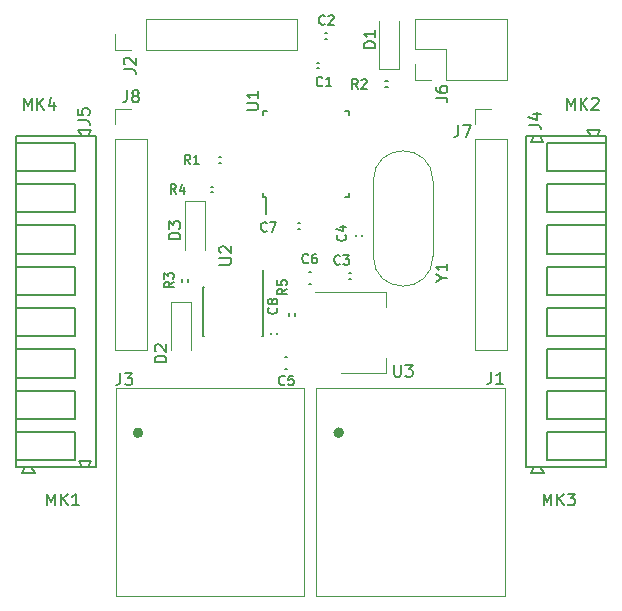
<source format=gto>
G04 #@! TF.GenerationSoftware,KiCad,Pcbnew,(6.0.0-rc1-dev-254-g7fa5456d7-dirty)*
G04 #@! TF.CreationDate,2018-11-09T09:56:40+01:00*
G04 #@! TF.ProjectId,sejf,73656A662E6B696361645F7063620000,rev?*
G04 #@! TF.SameCoordinates,Original*
G04 #@! TF.FileFunction,Legend,Top*
G04 #@! TF.FilePolarity,Positive*
%FSLAX46Y46*%
G04 Gerber Fmt 4.6, Leading zero omitted, Abs format (unit mm)*
G04 Created by KiCad (PCBNEW (6.0.0-rc1-dev-254-g7fa5456d7-dirty)) date Fri Nov  9 09:56:40 2018*
%MOMM*%
%LPD*%
G01*
G04 APERTURE LIST*
%ADD10C,0.120000*%
%ADD11C,0.150000*%
%ADD12C,0.500000*%
G04 APERTURE END LIST*
D10*
G04 #@! TO.C,J6*
X123830000Y-74250000D02*
X123830000Y-72920000D01*
X125160000Y-74250000D02*
X123830000Y-74250000D01*
X123830000Y-71650000D02*
X123830000Y-69050000D01*
X126430000Y-71650000D02*
X123830000Y-71650000D01*
X126430000Y-74250000D02*
X126430000Y-71650000D01*
X123830000Y-69050000D02*
X131570000Y-69050000D01*
X126430000Y-74250000D02*
X131570000Y-74250000D01*
X131570000Y-74250000D02*
X131570000Y-69050000D01*
D11*
G04 #@! TO.C,C2*
X116229000Y-70746000D02*
X116371000Y-70746000D01*
X116371000Y-70746000D02*
X116229000Y-70746000D01*
X116229000Y-70254000D02*
X116371000Y-70254000D01*
X116371000Y-70254000D02*
X116229000Y-70254000D01*
G04 #@! TO.C,J4*
X140000000Y-104050000D02*
X135000000Y-104050000D01*
X135000000Y-106450000D02*
X140000000Y-106450000D01*
X135000000Y-104050000D02*
X135000000Y-106450000D01*
X135000000Y-102950000D02*
X140000000Y-102950000D01*
X140000000Y-100550000D02*
X135000000Y-100550000D01*
X135000000Y-100550000D02*
X135000000Y-102950000D01*
X135000000Y-97050000D02*
X135000000Y-99450000D01*
X135000000Y-99450000D02*
X140000000Y-99450000D01*
X140000000Y-97050000D02*
X135000000Y-97050000D01*
X140000000Y-93550000D02*
X135000000Y-93550000D01*
X135000000Y-93550000D02*
X135000000Y-95950000D01*
X135000000Y-95950000D02*
X140000000Y-95950000D01*
X140000000Y-90050000D02*
X135000000Y-90050000D01*
X135000000Y-92450000D02*
X140000000Y-92450000D01*
X135000000Y-90050000D02*
X135000000Y-92450000D01*
X140000000Y-86550000D02*
X135000000Y-86550000D01*
X135000000Y-86550000D02*
X135000000Y-88950000D01*
X135000000Y-88950000D02*
X140000000Y-88950000D01*
X135000000Y-85450000D02*
X140000000Y-85450000D01*
X135000000Y-83050000D02*
X135000000Y-85450000D01*
X140000000Y-83050000D02*
X135000000Y-83050000D01*
X135000000Y-81950000D02*
X140000000Y-81950000D01*
X135000000Y-79550000D02*
X135000000Y-81950000D01*
X140000000Y-79550000D02*
X135000000Y-79550000D01*
X133600000Y-107500000D02*
X133900000Y-107000000D01*
X134700000Y-107500000D02*
X133600000Y-107500000D01*
X134400000Y-107000000D02*
X134700000Y-107500000D01*
X133600000Y-79500000D02*
X133900000Y-79000000D01*
X134650000Y-79500000D02*
X133600000Y-79500000D01*
X134400000Y-79000000D02*
X134650000Y-79500000D01*
X138400000Y-78500000D02*
X138700000Y-79000000D01*
X139500000Y-78500000D02*
X138400000Y-78500000D01*
X139200000Y-79000000D02*
X139500000Y-78500000D01*
X140000000Y-107000000D02*
X140000000Y-79000000D01*
X133200000Y-107000000D02*
X140000000Y-107000000D01*
X133200000Y-79000000D02*
X133200000Y-107000000D01*
X140000000Y-79000000D02*
X133200000Y-79000000D01*
G04 #@! TO.C,J5*
X90000000Y-107000000D02*
X96800000Y-107000000D01*
X96800000Y-107000000D02*
X96800000Y-79000000D01*
X96800000Y-79000000D02*
X90000000Y-79000000D01*
X90000000Y-79000000D02*
X90000000Y-107000000D01*
X90800000Y-107000000D02*
X90500000Y-107500000D01*
X90500000Y-107500000D02*
X91600000Y-107500000D01*
X91600000Y-107500000D02*
X91300000Y-107000000D01*
X95600000Y-107000000D02*
X95350000Y-106500000D01*
X95350000Y-106500000D02*
X96400000Y-106500000D01*
X96400000Y-106500000D02*
X96100000Y-107000000D01*
X95600000Y-79000000D02*
X95300000Y-78500000D01*
X95300000Y-78500000D02*
X96400000Y-78500000D01*
X96400000Y-78500000D02*
X96100000Y-79000000D01*
X90000000Y-106450000D02*
X95000000Y-106450000D01*
X95000000Y-106450000D02*
X95000000Y-104050000D01*
X95000000Y-104050000D02*
X90000000Y-104050000D01*
X90000000Y-102950000D02*
X95000000Y-102950000D01*
X95000000Y-102950000D02*
X95000000Y-100550000D01*
X95000000Y-100550000D02*
X90000000Y-100550000D01*
X95000000Y-97050000D02*
X90000000Y-97050000D01*
X95000000Y-99450000D02*
X95000000Y-97050000D01*
X90000000Y-99450000D02*
X95000000Y-99450000D01*
X95000000Y-95950000D02*
X95000000Y-93550000D01*
X95000000Y-93550000D02*
X90000000Y-93550000D01*
X90000000Y-95950000D02*
X95000000Y-95950000D01*
X95000000Y-90050000D02*
X90000000Y-90050000D01*
X95000000Y-92450000D02*
X95000000Y-90050000D01*
X90000000Y-92450000D02*
X95000000Y-92450000D01*
X90000000Y-88950000D02*
X95000000Y-88950000D01*
X95000000Y-86550000D02*
X90000000Y-86550000D01*
X95000000Y-88950000D02*
X95000000Y-86550000D01*
X95000000Y-85450000D02*
X95000000Y-83050000D01*
X90000000Y-85450000D02*
X95000000Y-85450000D01*
X95000000Y-83050000D02*
X90000000Y-83050000D01*
X95000000Y-81950000D02*
X95000000Y-79550000D01*
X95000000Y-79550000D02*
X90000000Y-79550000D01*
X90000000Y-81950000D02*
X95000000Y-81950000D01*
D10*
G04 #@! TO.C,J2*
X113790000Y-71710000D02*
X113790000Y-69050000D01*
X101030000Y-71710000D02*
X113790000Y-71710000D01*
X101030000Y-69050000D02*
X113790000Y-69050000D01*
X101030000Y-71710000D02*
X101030000Y-69050000D01*
X99760000Y-71710000D02*
X98430000Y-71710000D01*
X98430000Y-71710000D02*
X98430000Y-70380000D01*
D11*
G04 #@! TO.C,C7*
X113929000Y-86846000D02*
X114071000Y-86846000D01*
X114071000Y-86846000D02*
X113929000Y-86846000D01*
X113929000Y-86354000D02*
X114071000Y-86354000D01*
X114071000Y-86354000D02*
X113929000Y-86354000D01*
G04 #@! TO.C,C8*
X111654000Y-95629000D02*
X111654000Y-95771000D01*
X111654000Y-95771000D02*
X111654000Y-95629000D01*
X112146000Y-95629000D02*
X112146000Y-95771000D01*
X112146000Y-95771000D02*
X112146000Y-95629000D01*
D12*
G04 #@! TO.C,J1*
X117545000Y-104100000D02*
G75*
G03X117545000Y-104100000I-200000J0D01*
G01*
D10*
X115445000Y-100300000D02*
X115445000Y-117900000D01*
X131445000Y-100300000D02*
X115445000Y-100300000D01*
X131445000Y-100300000D02*
X131445000Y-117900000D01*
X115445000Y-117900000D02*
X131445000Y-117900000D01*
G04 #@! TO.C,J3*
X98450000Y-117900000D02*
X114450000Y-117900000D01*
X114450000Y-100300000D02*
X114450000Y-117900000D01*
X114450000Y-100300000D02*
X98450000Y-100300000D01*
X98450000Y-100300000D02*
X98450000Y-117900000D01*
D12*
X100550000Y-104100000D02*
G75*
G03X100550000Y-104100000I-200000J0D01*
G01*
D11*
G04 #@! TO.C,C5*
X112829000Y-98671000D02*
X112971000Y-98671000D01*
X112971000Y-98671000D02*
X112829000Y-98671000D01*
X112829000Y-97729000D02*
X112971000Y-97729000D01*
X112971000Y-97729000D02*
X112829000Y-97729000D01*
G04 #@! TO.C,C6*
X114829000Y-91471000D02*
X114971000Y-91471000D01*
X114971000Y-91471000D02*
X114829000Y-91471000D01*
X114829000Y-90529000D02*
X114971000Y-90529000D01*
X114971000Y-90529000D02*
X114829000Y-90529000D01*
G04 #@! TO.C,R5*
X113154000Y-94004000D02*
X113154000Y-94196000D01*
X113154000Y-94196000D02*
X113154000Y-94004000D01*
X113646000Y-94004000D02*
X113646000Y-94196000D01*
X113646000Y-94196000D02*
X113646000Y-94004000D01*
D10*
G04 #@! TO.C,U3*
X121310000Y-99010000D02*
X121310000Y-97750000D01*
X121310000Y-92190000D02*
X121310000Y-93450000D01*
X117550000Y-99010000D02*
X121310000Y-99010000D01*
X115300000Y-92190000D02*
X121310000Y-92190000D01*
G04 #@! TO.C,J7*
X128910000Y-76670000D02*
X130240000Y-76670000D01*
X128910000Y-78000000D02*
X128910000Y-76670000D01*
X128910000Y-79270000D02*
X131570000Y-79270000D01*
X131570000Y-79270000D02*
X131570000Y-97110000D01*
X128910000Y-79270000D02*
X128910000Y-97110000D01*
X128910000Y-97110000D02*
X131570000Y-97110000D01*
G04 #@! TO.C,J8*
X98430000Y-97110000D02*
X101090000Y-97110000D01*
X98430000Y-79270000D02*
X98430000Y-97110000D01*
X101090000Y-79270000D02*
X101090000Y-97110000D01*
X98430000Y-79270000D02*
X101090000Y-79270000D01*
X98430000Y-78000000D02*
X98430000Y-76670000D01*
X98430000Y-76670000D02*
X99760000Y-76670000D01*
G04 #@! TO.C,Y1*
X120275000Y-89160000D02*
X120275000Y-82760000D01*
X125325000Y-89160000D02*
X125325000Y-82760000D01*
X125325000Y-89160000D02*
G75*
G02X120275000Y-89160000I-2525000J0D01*
G01*
X125325000Y-82760000D02*
G75*
G03X120275000Y-82760000I-2525000J0D01*
G01*
D11*
G04 #@! TO.C,C1*
X115529000Y-73246000D02*
X115671000Y-73246000D01*
X115671000Y-73246000D02*
X115529000Y-73246000D01*
X115529000Y-72754000D02*
X115671000Y-72754000D01*
X115671000Y-72754000D02*
X115529000Y-72754000D01*
G04 #@! TO.C,C3*
X118229000Y-91046000D02*
X118371000Y-91046000D01*
X118371000Y-91046000D02*
X118229000Y-91046000D01*
X118229000Y-90554000D02*
X118371000Y-90554000D01*
X118371000Y-90554000D02*
X118229000Y-90554000D01*
G04 #@! TO.C,C4*
X118854000Y-87329000D02*
X118854000Y-87471000D01*
X118854000Y-87471000D02*
X118854000Y-87329000D01*
X119346000Y-87329000D02*
X119346000Y-87471000D01*
X119346000Y-87471000D02*
X119346000Y-87329000D01*
G04 #@! TO.C,R1*
X107204000Y-81246000D02*
X107396000Y-81246000D01*
X107396000Y-81246000D02*
X107204000Y-81246000D01*
X107204000Y-80754000D02*
X107396000Y-80754000D01*
X107396000Y-80754000D02*
X107204000Y-80754000D01*
G04 #@! TO.C,R4*
X106504000Y-83746000D02*
X106696000Y-83746000D01*
X106696000Y-83746000D02*
X106504000Y-83746000D01*
X106504000Y-83254000D02*
X106696000Y-83254000D01*
X106696000Y-83254000D02*
X106504000Y-83254000D01*
G04 #@! TO.C,R2*
X121496000Y-74354000D02*
X121304000Y-74354000D01*
X121304000Y-74354000D02*
X121496000Y-74354000D01*
X121496000Y-74846000D02*
X121304000Y-74846000D01*
X121304000Y-74846000D02*
X121496000Y-74846000D01*
G04 #@! TO.C,R3*
X104546000Y-91296000D02*
X104546000Y-91104000D01*
X104546000Y-91104000D02*
X104546000Y-91296000D01*
X104054000Y-91296000D02*
X104054000Y-91104000D01*
X104054000Y-91104000D02*
X104054000Y-91296000D01*
G04 #@! TO.C,U1*
X110975000Y-84125000D02*
X111200000Y-84125000D01*
X110975000Y-76875000D02*
X111300000Y-76875000D01*
X118225000Y-76875000D02*
X117900000Y-76875000D01*
X118225000Y-84125000D02*
X117900000Y-84125000D01*
X110975000Y-84125000D02*
X110975000Y-83800000D01*
X118225000Y-84125000D02*
X118225000Y-83800000D01*
X118225000Y-76875000D02*
X118225000Y-77200000D01*
X110975000Y-76875000D02*
X110975000Y-77200000D01*
X111200000Y-84125000D02*
X111200000Y-85550000D01*
G04 #@! TO.C,U2*
X110975000Y-91725000D02*
X110925000Y-91725000D01*
X110975000Y-95875000D02*
X110830000Y-95875000D01*
X105825000Y-95875000D02*
X105970000Y-95875000D01*
X105825000Y-91725000D02*
X105970000Y-91725000D01*
X110975000Y-91725000D02*
X110975000Y-95875000D01*
X105825000Y-91725000D02*
X105825000Y-95875000D01*
X110925000Y-91725000D02*
X110925000Y-90325000D01*
D10*
G04 #@! TO.C,D1*
X120750000Y-73250000D02*
X120750000Y-69200000D01*
X122450000Y-73250000D02*
X122450000Y-69200000D01*
X120750000Y-73300000D02*
X122450000Y-73300000D01*
G04 #@! TO.C,D2*
X104850000Y-93050000D02*
X104850000Y-97100000D01*
X103150000Y-93050000D02*
X103150000Y-97100000D01*
X104850000Y-93000000D02*
X103150000Y-93000000D01*
G04 #@! TO.C,D3*
X106050000Y-84500000D02*
X104350000Y-84500000D01*
X104350000Y-84550000D02*
X104350000Y-88600000D01*
X106050000Y-84550000D02*
X106050000Y-88600000D01*
G04 #@! TO.C,J6*
D11*
X125552380Y-75733333D02*
X126266666Y-75733333D01*
X126409523Y-75780952D01*
X126504761Y-75876190D01*
X126552380Y-76019047D01*
X126552380Y-76114285D01*
X125552380Y-74828571D02*
X125552380Y-75019047D01*
X125600000Y-75114285D01*
X125647619Y-75161904D01*
X125790476Y-75257142D01*
X125980952Y-75304761D01*
X126361904Y-75304761D01*
X126457142Y-75257142D01*
X126504761Y-75209523D01*
X126552380Y-75114285D01*
X126552380Y-74923809D01*
X126504761Y-74828571D01*
X126457142Y-74780952D01*
X126361904Y-74733333D01*
X126123809Y-74733333D01*
X126028571Y-74780952D01*
X125980952Y-74828571D01*
X125933333Y-74923809D01*
X125933333Y-75114285D01*
X125980952Y-75209523D01*
X126028571Y-75257142D01*
X126123809Y-75304761D01*
G04 #@! TO.C,C2*
X116166666Y-69485714D02*
X116128571Y-69523809D01*
X116014285Y-69561904D01*
X115938095Y-69561904D01*
X115823809Y-69523809D01*
X115747619Y-69447619D01*
X115709523Y-69371428D01*
X115671428Y-69219047D01*
X115671428Y-69104761D01*
X115709523Y-68952380D01*
X115747619Y-68876190D01*
X115823809Y-68800000D01*
X115938095Y-68761904D01*
X116014285Y-68761904D01*
X116128571Y-68800000D01*
X116166666Y-68838095D01*
X116471428Y-68838095D02*
X116509523Y-68800000D01*
X116585714Y-68761904D01*
X116776190Y-68761904D01*
X116852380Y-68800000D01*
X116890476Y-68838095D01*
X116928571Y-68914285D01*
X116928571Y-68990476D01*
X116890476Y-69104761D01*
X116433333Y-69561904D01*
X116928571Y-69561904D01*
G04 #@! TO.C,J4*
X133452380Y-78033333D02*
X134166666Y-78033333D01*
X134309523Y-78080952D01*
X134404761Y-78176190D01*
X134452380Y-78319047D01*
X134452380Y-78414285D01*
X133785714Y-77128571D02*
X134452380Y-77128571D01*
X133404761Y-77366666D02*
X134119047Y-77604761D01*
X134119047Y-76985714D01*
G04 #@! TO.C,J5*
X95252380Y-77633333D02*
X95966666Y-77633333D01*
X96109523Y-77680952D01*
X96204761Y-77776190D01*
X96252380Y-77919047D01*
X96252380Y-78014285D01*
X95252380Y-76680952D02*
X95252380Y-77157142D01*
X95728571Y-77204761D01*
X95680952Y-77157142D01*
X95633333Y-77061904D01*
X95633333Y-76823809D01*
X95680952Y-76728571D01*
X95728571Y-76680952D01*
X95823809Y-76633333D01*
X96061904Y-76633333D01*
X96157142Y-76680952D01*
X96204761Y-76728571D01*
X96252380Y-76823809D01*
X96252380Y-77061904D01*
X96204761Y-77157142D01*
X96157142Y-77204761D01*
G04 #@! TO.C,J2*
X99152380Y-73333333D02*
X99866666Y-73333333D01*
X100009523Y-73380952D01*
X100104761Y-73476190D01*
X100152380Y-73619047D01*
X100152380Y-73714285D01*
X99247619Y-72904761D02*
X99200000Y-72857142D01*
X99152380Y-72761904D01*
X99152380Y-72523809D01*
X99200000Y-72428571D01*
X99247619Y-72380952D01*
X99342857Y-72333333D01*
X99438095Y-72333333D01*
X99580952Y-72380952D01*
X100152380Y-72952380D01*
X100152380Y-72333333D01*
G04 #@! TO.C,C7*
X111266666Y-86985714D02*
X111228571Y-87023809D01*
X111114285Y-87061904D01*
X111038095Y-87061904D01*
X110923809Y-87023809D01*
X110847619Y-86947619D01*
X110809523Y-86871428D01*
X110771428Y-86719047D01*
X110771428Y-86604761D01*
X110809523Y-86452380D01*
X110847619Y-86376190D01*
X110923809Y-86300000D01*
X111038095Y-86261904D01*
X111114285Y-86261904D01*
X111228571Y-86300000D01*
X111266666Y-86338095D01*
X111533333Y-86261904D02*
X112066666Y-86261904D01*
X111723809Y-87061904D01*
G04 #@! TO.C,C8*
X112085714Y-93533333D02*
X112123809Y-93571428D01*
X112161904Y-93685714D01*
X112161904Y-93761904D01*
X112123809Y-93876190D01*
X112047619Y-93952380D01*
X111971428Y-93990476D01*
X111819047Y-94028571D01*
X111704761Y-94028571D01*
X111552380Y-93990476D01*
X111476190Y-93952380D01*
X111400000Y-93876190D01*
X111361904Y-93761904D01*
X111361904Y-93685714D01*
X111400000Y-93571428D01*
X111438095Y-93533333D01*
X111704761Y-93076190D02*
X111666666Y-93152380D01*
X111628571Y-93190476D01*
X111552380Y-93228571D01*
X111514285Y-93228571D01*
X111438095Y-93190476D01*
X111400000Y-93152380D01*
X111361904Y-93076190D01*
X111361904Y-92923809D01*
X111400000Y-92847619D01*
X111438095Y-92809523D01*
X111514285Y-92771428D01*
X111552380Y-92771428D01*
X111628571Y-92809523D01*
X111666666Y-92847619D01*
X111704761Y-92923809D01*
X111704761Y-93076190D01*
X111742857Y-93152380D01*
X111780952Y-93190476D01*
X111857142Y-93228571D01*
X112009523Y-93228571D01*
X112085714Y-93190476D01*
X112123809Y-93152380D01*
X112161904Y-93076190D01*
X112161904Y-92923809D01*
X112123809Y-92847619D01*
X112085714Y-92809523D01*
X112009523Y-92771428D01*
X111857142Y-92771428D01*
X111780952Y-92809523D01*
X111742857Y-92847619D01*
X111704761Y-92923809D01*
G04 #@! TO.C,J1*
X130266666Y-98952380D02*
X130266666Y-99666666D01*
X130219047Y-99809523D01*
X130123809Y-99904761D01*
X129980952Y-99952380D01*
X129885714Y-99952380D01*
X131266666Y-99952380D02*
X130695238Y-99952380D01*
X130980952Y-99952380D02*
X130980952Y-98952380D01*
X130885714Y-99095238D01*
X130790476Y-99190476D01*
X130695238Y-99238095D01*
G04 #@! TO.C,J3*
X98866666Y-99052380D02*
X98866666Y-99766666D01*
X98819047Y-99909523D01*
X98723809Y-100004761D01*
X98580952Y-100052380D01*
X98485714Y-100052380D01*
X99247619Y-99052380D02*
X99866666Y-99052380D01*
X99533333Y-99433333D01*
X99676190Y-99433333D01*
X99771428Y-99480952D01*
X99819047Y-99528571D01*
X99866666Y-99623809D01*
X99866666Y-99861904D01*
X99819047Y-99957142D01*
X99771428Y-100004761D01*
X99676190Y-100052380D01*
X99390476Y-100052380D01*
X99295238Y-100004761D01*
X99247619Y-99957142D01*
G04 #@! TO.C,C5*
X112766666Y-99985714D02*
X112728571Y-100023809D01*
X112614285Y-100061904D01*
X112538095Y-100061904D01*
X112423809Y-100023809D01*
X112347619Y-99947619D01*
X112309523Y-99871428D01*
X112271428Y-99719047D01*
X112271428Y-99604761D01*
X112309523Y-99452380D01*
X112347619Y-99376190D01*
X112423809Y-99300000D01*
X112538095Y-99261904D01*
X112614285Y-99261904D01*
X112728571Y-99300000D01*
X112766666Y-99338095D01*
X113490476Y-99261904D02*
X113109523Y-99261904D01*
X113071428Y-99642857D01*
X113109523Y-99604761D01*
X113185714Y-99566666D01*
X113376190Y-99566666D01*
X113452380Y-99604761D01*
X113490476Y-99642857D01*
X113528571Y-99719047D01*
X113528571Y-99909523D01*
X113490476Y-99985714D01*
X113452380Y-100023809D01*
X113376190Y-100061904D01*
X113185714Y-100061904D01*
X113109523Y-100023809D01*
X113071428Y-99985714D01*
G04 #@! TO.C,C6*
X114766666Y-89685714D02*
X114728571Y-89723809D01*
X114614285Y-89761904D01*
X114538095Y-89761904D01*
X114423809Y-89723809D01*
X114347619Y-89647619D01*
X114309523Y-89571428D01*
X114271428Y-89419047D01*
X114271428Y-89304761D01*
X114309523Y-89152380D01*
X114347619Y-89076190D01*
X114423809Y-89000000D01*
X114538095Y-88961904D01*
X114614285Y-88961904D01*
X114728571Y-89000000D01*
X114766666Y-89038095D01*
X115452380Y-88961904D02*
X115300000Y-88961904D01*
X115223809Y-89000000D01*
X115185714Y-89038095D01*
X115109523Y-89152380D01*
X115071428Y-89304761D01*
X115071428Y-89609523D01*
X115109523Y-89685714D01*
X115147619Y-89723809D01*
X115223809Y-89761904D01*
X115376190Y-89761904D01*
X115452380Y-89723809D01*
X115490476Y-89685714D01*
X115528571Y-89609523D01*
X115528571Y-89419047D01*
X115490476Y-89342857D01*
X115452380Y-89304761D01*
X115376190Y-89266666D01*
X115223809Y-89266666D01*
X115147619Y-89304761D01*
X115109523Y-89342857D01*
X115071428Y-89419047D01*
G04 #@! TO.C,R5*
X112961904Y-91933333D02*
X112580952Y-92200000D01*
X112961904Y-92390476D02*
X112161904Y-92390476D01*
X112161904Y-92085714D01*
X112200000Y-92009523D01*
X112238095Y-91971428D01*
X112314285Y-91933333D01*
X112428571Y-91933333D01*
X112504761Y-91971428D01*
X112542857Y-92009523D01*
X112580952Y-92085714D01*
X112580952Y-92390476D01*
X112161904Y-91209523D02*
X112161904Y-91590476D01*
X112542857Y-91628571D01*
X112504761Y-91590476D01*
X112466666Y-91514285D01*
X112466666Y-91323809D01*
X112504761Y-91247619D01*
X112542857Y-91209523D01*
X112619047Y-91171428D01*
X112809523Y-91171428D01*
X112885714Y-91209523D01*
X112923809Y-91247619D01*
X112961904Y-91323809D01*
X112961904Y-91514285D01*
X112923809Y-91590476D01*
X112885714Y-91628571D01*
G04 #@! TO.C,U3*
X122038095Y-98352380D02*
X122038095Y-99161904D01*
X122085714Y-99257142D01*
X122133333Y-99304761D01*
X122228571Y-99352380D01*
X122419047Y-99352380D01*
X122514285Y-99304761D01*
X122561904Y-99257142D01*
X122609523Y-99161904D01*
X122609523Y-98352380D01*
X122990476Y-98352380D02*
X123609523Y-98352380D01*
X123276190Y-98733333D01*
X123419047Y-98733333D01*
X123514285Y-98780952D01*
X123561904Y-98828571D01*
X123609523Y-98923809D01*
X123609523Y-99161904D01*
X123561904Y-99257142D01*
X123514285Y-99304761D01*
X123419047Y-99352380D01*
X123133333Y-99352380D01*
X123038095Y-99304761D01*
X122990476Y-99257142D01*
G04 #@! TO.C,J7*
X127466666Y-78052380D02*
X127466666Y-78766666D01*
X127419047Y-78909523D01*
X127323809Y-79004761D01*
X127180952Y-79052380D01*
X127085714Y-79052380D01*
X127847619Y-78052380D02*
X128514285Y-78052380D01*
X128085714Y-79052380D01*
G04 #@! TO.C,J8*
X99426666Y-75122380D02*
X99426666Y-75836666D01*
X99379047Y-75979523D01*
X99283809Y-76074761D01*
X99140952Y-76122380D01*
X99045714Y-76122380D01*
X100045714Y-75550952D02*
X99950476Y-75503333D01*
X99902857Y-75455714D01*
X99855238Y-75360476D01*
X99855238Y-75312857D01*
X99902857Y-75217619D01*
X99950476Y-75170000D01*
X100045714Y-75122380D01*
X100236190Y-75122380D01*
X100331428Y-75170000D01*
X100379047Y-75217619D01*
X100426666Y-75312857D01*
X100426666Y-75360476D01*
X100379047Y-75455714D01*
X100331428Y-75503333D01*
X100236190Y-75550952D01*
X100045714Y-75550952D01*
X99950476Y-75598571D01*
X99902857Y-75646190D01*
X99855238Y-75741428D01*
X99855238Y-75931904D01*
X99902857Y-76027142D01*
X99950476Y-76074761D01*
X100045714Y-76122380D01*
X100236190Y-76122380D01*
X100331428Y-76074761D01*
X100379047Y-76027142D01*
X100426666Y-75931904D01*
X100426666Y-75741428D01*
X100379047Y-75646190D01*
X100331428Y-75598571D01*
X100236190Y-75550952D01*
G04 #@! TO.C,MK3*
X134690476Y-110252380D02*
X134690476Y-109252380D01*
X135023809Y-109966666D01*
X135357142Y-109252380D01*
X135357142Y-110252380D01*
X135833333Y-110252380D02*
X135833333Y-109252380D01*
X136404761Y-110252380D02*
X135976190Y-109680952D01*
X136404761Y-109252380D02*
X135833333Y-109823809D01*
X136738095Y-109252380D02*
X137357142Y-109252380D01*
X137023809Y-109633333D01*
X137166666Y-109633333D01*
X137261904Y-109680952D01*
X137309523Y-109728571D01*
X137357142Y-109823809D01*
X137357142Y-110061904D01*
X137309523Y-110157142D01*
X137261904Y-110204761D01*
X137166666Y-110252380D01*
X136880952Y-110252380D01*
X136785714Y-110204761D01*
X136738095Y-110157142D01*
G04 #@! TO.C,MK2*
X136690476Y-76752380D02*
X136690476Y-75752380D01*
X137023809Y-76466666D01*
X137357142Y-75752380D01*
X137357142Y-76752380D01*
X137833333Y-76752380D02*
X137833333Y-75752380D01*
X138404761Y-76752380D02*
X137976190Y-76180952D01*
X138404761Y-75752380D02*
X137833333Y-76323809D01*
X138785714Y-75847619D02*
X138833333Y-75800000D01*
X138928571Y-75752380D01*
X139166666Y-75752380D01*
X139261904Y-75800000D01*
X139309523Y-75847619D01*
X139357142Y-75942857D01*
X139357142Y-76038095D01*
X139309523Y-76180952D01*
X138738095Y-76752380D01*
X139357142Y-76752380D01*
G04 #@! TO.C,MK1*
X92690476Y-110252380D02*
X92690476Y-109252380D01*
X93023809Y-109966666D01*
X93357142Y-109252380D01*
X93357142Y-110252380D01*
X93833333Y-110252380D02*
X93833333Y-109252380D01*
X94404761Y-110252380D02*
X93976190Y-109680952D01*
X94404761Y-109252380D02*
X93833333Y-109823809D01*
X95357142Y-110252380D02*
X94785714Y-110252380D01*
X95071428Y-110252380D02*
X95071428Y-109252380D01*
X94976190Y-109395238D01*
X94880952Y-109490476D01*
X94785714Y-109538095D01*
G04 #@! TO.C,MK4*
X90690476Y-76752380D02*
X90690476Y-75752380D01*
X91023809Y-76466666D01*
X91357142Y-75752380D01*
X91357142Y-76752380D01*
X91833333Y-76752380D02*
X91833333Y-75752380D01*
X92404761Y-76752380D02*
X91976190Y-76180952D01*
X92404761Y-75752380D02*
X91833333Y-76323809D01*
X93261904Y-76085714D02*
X93261904Y-76752380D01*
X93023809Y-75704761D02*
X92785714Y-76419047D01*
X93404761Y-76419047D01*
G04 #@! TO.C,Y1*
X126076190Y-90976190D02*
X126552380Y-90976190D01*
X125552380Y-91309523D02*
X126076190Y-90976190D01*
X125552380Y-90642857D01*
X126552380Y-89785714D02*
X126552380Y-90357142D01*
X126552380Y-90071428D02*
X125552380Y-90071428D01*
X125695238Y-90166666D01*
X125790476Y-90261904D01*
X125838095Y-90357142D01*
G04 #@! TO.C,C1*
X115966666Y-74685714D02*
X115928571Y-74723809D01*
X115814285Y-74761904D01*
X115738095Y-74761904D01*
X115623809Y-74723809D01*
X115547619Y-74647619D01*
X115509523Y-74571428D01*
X115471428Y-74419047D01*
X115471428Y-74304761D01*
X115509523Y-74152380D01*
X115547619Y-74076190D01*
X115623809Y-74000000D01*
X115738095Y-73961904D01*
X115814285Y-73961904D01*
X115928571Y-74000000D01*
X115966666Y-74038095D01*
X116728571Y-74761904D02*
X116271428Y-74761904D01*
X116500000Y-74761904D02*
X116500000Y-73961904D01*
X116423809Y-74076190D01*
X116347619Y-74152380D01*
X116271428Y-74190476D01*
G04 #@! TO.C,C3*
X117466666Y-89785714D02*
X117428571Y-89823809D01*
X117314285Y-89861904D01*
X117238095Y-89861904D01*
X117123809Y-89823809D01*
X117047619Y-89747619D01*
X117009523Y-89671428D01*
X116971428Y-89519047D01*
X116971428Y-89404761D01*
X117009523Y-89252380D01*
X117047619Y-89176190D01*
X117123809Y-89100000D01*
X117238095Y-89061904D01*
X117314285Y-89061904D01*
X117428571Y-89100000D01*
X117466666Y-89138095D01*
X117733333Y-89061904D02*
X118228571Y-89061904D01*
X117961904Y-89366666D01*
X118076190Y-89366666D01*
X118152380Y-89404761D01*
X118190476Y-89442857D01*
X118228571Y-89519047D01*
X118228571Y-89709523D01*
X118190476Y-89785714D01*
X118152380Y-89823809D01*
X118076190Y-89861904D01*
X117847619Y-89861904D01*
X117771428Y-89823809D01*
X117733333Y-89785714D01*
G04 #@! TO.C,C4*
X117885714Y-87333333D02*
X117923809Y-87371428D01*
X117961904Y-87485714D01*
X117961904Y-87561904D01*
X117923809Y-87676190D01*
X117847619Y-87752380D01*
X117771428Y-87790476D01*
X117619047Y-87828571D01*
X117504761Y-87828571D01*
X117352380Y-87790476D01*
X117276190Y-87752380D01*
X117200000Y-87676190D01*
X117161904Y-87561904D01*
X117161904Y-87485714D01*
X117200000Y-87371428D01*
X117238095Y-87333333D01*
X117428571Y-86647619D02*
X117961904Y-86647619D01*
X117123809Y-86838095D02*
X117695238Y-87028571D01*
X117695238Y-86533333D01*
G04 #@! TO.C,R1*
X104766666Y-81361904D02*
X104500000Y-80980952D01*
X104309523Y-81361904D02*
X104309523Y-80561904D01*
X104614285Y-80561904D01*
X104690476Y-80600000D01*
X104728571Y-80638095D01*
X104766666Y-80714285D01*
X104766666Y-80828571D01*
X104728571Y-80904761D01*
X104690476Y-80942857D01*
X104614285Y-80980952D01*
X104309523Y-80980952D01*
X105528571Y-81361904D02*
X105071428Y-81361904D01*
X105300000Y-81361904D02*
X105300000Y-80561904D01*
X105223809Y-80676190D01*
X105147619Y-80752380D01*
X105071428Y-80790476D01*
G04 #@! TO.C,R4*
X103566666Y-83861904D02*
X103300000Y-83480952D01*
X103109523Y-83861904D02*
X103109523Y-83061904D01*
X103414285Y-83061904D01*
X103490476Y-83100000D01*
X103528571Y-83138095D01*
X103566666Y-83214285D01*
X103566666Y-83328571D01*
X103528571Y-83404761D01*
X103490476Y-83442857D01*
X103414285Y-83480952D01*
X103109523Y-83480952D01*
X104252380Y-83328571D02*
X104252380Y-83861904D01*
X104061904Y-83023809D02*
X103871428Y-83595238D01*
X104366666Y-83595238D01*
G04 #@! TO.C,R2*
X118966666Y-74961904D02*
X118700000Y-74580952D01*
X118509523Y-74961904D02*
X118509523Y-74161904D01*
X118814285Y-74161904D01*
X118890476Y-74200000D01*
X118928571Y-74238095D01*
X118966666Y-74314285D01*
X118966666Y-74428571D01*
X118928571Y-74504761D01*
X118890476Y-74542857D01*
X118814285Y-74580952D01*
X118509523Y-74580952D01*
X119271428Y-74238095D02*
X119309523Y-74200000D01*
X119385714Y-74161904D01*
X119576190Y-74161904D01*
X119652380Y-74200000D01*
X119690476Y-74238095D01*
X119728571Y-74314285D01*
X119728571Y-74390476D01*
X119690476Y-74504761D01*
X119233333Y-74961904D01*
X119728571Y-74961904D01*
G04 #@! TO.C,R3*
X103361904Y-91333333D02*
X102980952Y-91600000D01*
X103361904Y-91790476D02*
X102561904Y-91790476D01*
X102561904Y-91485714D01*
X102600000Y-91409523D01*
X102638095Y-91371428D01*
X102714285Y-91333333D01*
X102828571Y-91333333D01*
X102904761Y-91371428D01*
X102942857Y-91409523D01*
X102980952Y-91485714D01*
X102980952Y-91790476D01*
X102561904Y-91066666D02*
X102561904Y-90571428D01*
X102866666Y-90838095D01*
X102866666Y-90723809D01*
X102904761Y-90647619D01*
X102942857Y-90609523D01*
X103019047Y-90571428D01*
X103209523Y-90571428D01*
X103285714Y-90609523D01*
X103323809Y-90647619D01*
X103361904Y-90723809D01*
X103361904Y-90952380D01*
X103323809Y-91028571D01*
X103285714Y-91066666D01*
G04 #@! TO.C,U1*
X109552380Y-76761904D02*
X110361904Y-76761904D01*
X110457142Y-76714285D01*
X110504761Y-76666666D01*
X110552380Y-76571428D01*
X110552380Y-76380952D01*
X110504761Y-76285714D01*
X110457142Y-76238095D01*
X110361904Y-76190476D01*
X109552380Y-76190476D01*
X110552380Y-75190476D02*
X110552380Y-75761904D01*
X110552380Y-75476190D02*
X109552380Y-75476190D01*
X109695238Y-75571428D01*
X109790476Y-75666666D01*
X109838095Y-75761904D01*
G04 #@! TO.C,U2*
X107252380Y-89861904D02*
X108061904Y-89861904D01*
X108157142Y-89814285D01*
X108204761Y-89766666D01*
X108252380Y-89671428D01*
X108252380Y-89480952D01*
X108204761Y-89385714D01*
X108157142Y-89338095D01*
X108061904Y-89290476D01*
X107252380Y-89290476D01*
X107347619Y-88861904D02*
X107300000Y-88814285D01*
X107252380Y-88719047D01*
X107252380Y-88480952D01*
X107300000Y-88385714D01*
X107347619Y-88338095D01*
X107442857Y-88290476D01*
X107538095Y-88290476D01*
X107680952Y-88338095D01*
X108252380Y-88909523D01*
X108252380Y-88290476D01*
G04 #@! TO.C,D1*
X120452380Y-71538095D02*
X119452380Y-71538095D01*
X119452380Y-71300000D01*
X119500000Y-71157142D01*
X119595238Y-71061904D01*
X119690476Y-71014285D01*
X119880952Y-70966666D01*
X120023809Y-70966666D01*
X120214285Y-71014285D01*
X120309523Y-71061904D01*
X120404761Y-71157142D01*
X120452380Y-71300000D01*
X120452380Y-71538095D01*
X120452380Y-70014285D02*
X120452380Y-70585714D01*
X120452380Y-70300000D02*
X119452380Y-70300000D01*
X119595238Y-70395238D01*
X119690476Y-70490476D01*
X119738095Y-70585714D01*
G04 #@! TO.C,D2*
X102752380Y-98138095D02*
X101752380Y-98138095D01*
X101752380Y-97900000D01*
X101800000Y-97757142D01*
X101895238Y-97661904D01*
X101990476Y-97614285D01*
X102180952Y-97566666D01*
X102323809Y-97566666D01*
X102514285Y-97614285D01*
X102609523Y-97661904D01*
X102704761Y-97757142D01*
X102752380Y-97900000D01*
X102752380Y-98138095D01*
X101847619Y-97185714D02*
X101800000Y-97138095D01*
X101752380Y-97042857D01*
X101752380Y-96804761D01*
X101800000Y-96709523D01*
X101847619Y-96661904D01*
X101942857Y-96614285D01*
X102038095Y-96614285D01*
X102180952Y-96661904D01*
X102752380Y-97233333D01*
X102752380Y-96614285D01*
G04 #@! TO.C,D3*
X103952380Y-87738095D02*
X102952380Y-87738095D01*
X102952380Y-87500000D01*
X103000000Y-87357142D01*
X103095238Y-87261904D01*
X103190476Y-87214285D01*
X103380952Y-87166666D01*
X103523809Y-87166666D01*
X103714285Y-87214285D01*
X103809523Y-87261904D01*
X103904761Y-87357142D01*
X103952380Y-87500000D01*
X103952380Y-87738095D01*
X102952380Y-86833333D02*
X102952380Y-86214285D01*
X103333333Y-86547619D01*
X103333333Y-86404761D01*
X103380952Y-86309523D01*
X103428571Y-86261904D01*
X103523809Y-86214285D01*
X103761904Y-86214285D01*
X103857142Y-86261904D01*
X103904761Y-86309523D01*
X103952380Y-86404761D01*
X103952380Y-86690476D01*
X103904761Y-86785714D01*
X103857142Y-86833333D01*
G04 #@! TD*
M02*

</source>
